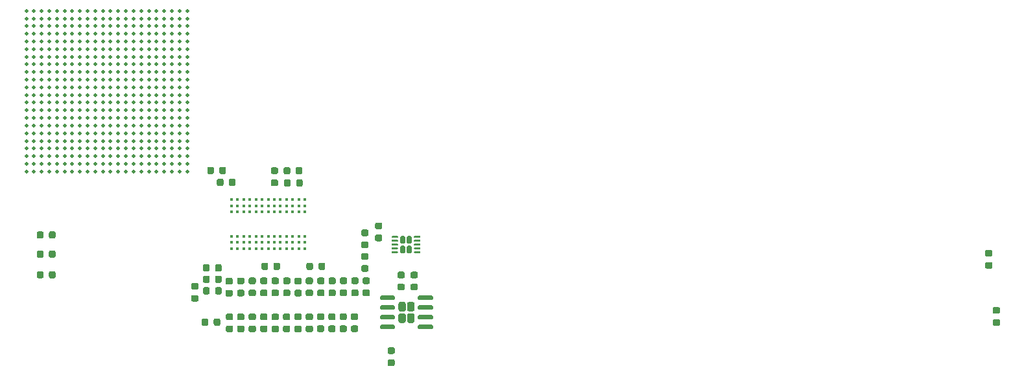
<source format=gbr>
%TF.GenerationSoftware,KiCad,Pcbnew,(5.99.0-3097-g8601b1e63)*%
%TF.CreationDate,2020-09-03T20:39:06+02:00*%
%TF.ProjectId,FD3,4644332e-6b69-4636-9164-5f7063625858,rev?*%
%TF.SameCoordinates,Original*%
%TF.FileFunction,Paste,Top*%
%TF.FilePolarity,Positive*%
%FSLAX46Y46*%
G04 Gerber Fmt 4.6, Leading zero omitted, Abs format (unit mm)*
G04 Created by KiCad (PCBNEW (5.99.0-3097-g8601b1e63)) date 2020-09-03 20:39:06*
%MOMM*%
%LPD*%
G01*
G04 APERTURE LIST*
%ADD10C,0.399500*%
%ADD11C,0.500000*%
G04 APERTURE END LIST*
%TO.C,C48*%
G36*
G01*
X191937500Y-85243750D02*
X191937500Y-85756250D01*
G75*
G02*
X191718750Y-85975000I-218750J0D01*
G01*
X191281250Y-85975000D01*
G75*
G02*
X191062500Y-85756250I0J218750D01*
G01*
X191062500Y-85243750D01*
G75*
G02*
X191281250Y-85025000I218750J0D01*
G01*
X191718750Y-85025000D01*
G75*
G02*
X191937500Y-85243750I0J-218750D01*
G01*
G37*
G36*
G01*
X190362500Y-85243750D02*
X190362500Y-85756250D01*
G75*
G02*
X190143750Y-85975000I-218750J0D01*
G01*
X189706250Y-85975000D01*
G75*
G02*
X189487500Y-85756250I0J218750D01*
G01*
X189487500Y-85243750D01*
G75*
G02*
X189706250Y-85025000I218750J0D01*
G01*
X190143750Y-85025000D01*
G75*
G02*
X190362500Y-85243750I0J-218750D01*
G01*
G37*
%TD*%
%TO.C,C49*%
G36*
G01*
X213973852Y-88787500D02*
X214486352Y-88787500D01*
G75*
G02*
X214705102Y-89006250I0J-218750D01*
G01*
X214705102Y-89443750D01*
G75*
G02*
X214486352Y-89662500I-218750J0D01*
G01*
X213973852Y-89662500D01*
G75*
G02*
X213755102Y-89443750I0J218750D01*
G01*
X213755102Y-89006250D01*
G75*
G02*
X213973852Y-88787500I218750J0D01*
G01*
G37*
G36*
G01*
X213973852Y-90362500D02*
X214486352Y-90362500D01*
G75*
G02*
X214705102Y-90581250I0J-218750D01*
G01*
X214705102Y-91018750D01*
G75*
G02*
X214486352Y-91237500I-218750J0D01*
G01*
X213973852Y-91237500D01*
G75*
G02*
X213755102Y-91018750I0J218750D01*
G01*
X213755102Y-90581250D01*
G75*
G02*
X213973852Y-90362500I218750J0D01*
G01*
G37*
%TD*%
%TO.C,C51*%
G36*
G01*
X212856250Y-74925000D02*
X212343750Y-74925000D01*
G75*
G02*
X212125000Y-74706250I0J218750D01*
G01*
X212125000Y-74268750D01*
G75*
G02*
X212343750Y-74050000I218750J0D01*
G01*
X212856250Y-74050000D01*
G75*
G02*
X213075000Y-74268750I0J-218750D01*
G01*
X213075000Y-74706250D01*
G75*
G02*
X212856250Y-74925000I-218750J0D01*
G01*
G37*
G36*
G01*
X212856250Y-73350000D02*
X212343750Y-73350000D01*
G75*
G02*
X212125000Y-73131250I0J218750D01*
G01*
X212125000Y-72693750D01*
G75*
G02*
X212343750Y-72475000I218750J0D01*
G01*
X212856250Y-72475000D01*
G75*
G02*
X213075000Y-72693750I0J-218750D01*
G01*
X213075000Y-73131250D01*
G75*
G02*
X212856250Y-73350000I-218750J0D01*
G01*
G37*
%TD*%
%TO.C,C69*%
G36*
G01*
X190217500Y-65936250D02*
X190217500Y-65423750D01*
G75*
G02*
X190436250Y-65205000I218750J0D01*
G01*
X190873750Y-65205000D01*
G75*
G02*
X191092500Y-65423750I0J-218750D01*
G01*
X191092500Y-65936250D01*
G75*
G02*
X190873750Y-66155000I-218750J0D01*
G01*
X190436250Y-66155000D01*
G75*
G02*
X190217500Y-65936250I0J218750D01*
G01*
G37*
G36*
G01*
X191792500Y-65936250D02*
X191792500Y-65423750D01*
G75*
G02*
X192011250Y-65205000I218750J0D01*
G01*
X192448750Y-65205000D01*
G75*
G02*
X192667500Y-65423750I0J-218750D01*
G01*
X192667500Y-65936250D01*
G75*
G02*
X192448750Y-66155000I-218750J0D01*
G01*
X192011250Y-66155000D01*
G75*
G02*
X191792500Y-65936250I0J218750D01*
G01*
G37*
%TD*%
%TO.C,C70*%
G36*
G01*
X202692500Y-67043750D02*
X202692500Y-67556250D01*
G75*
G02*
X202473750Y-67775000I-218750J0D01*
G01*
X202036250Y-67775000D01*
G75*
G02*
X201817500Y-67556250I0J218750D01*
G01*
X201817500Y-67043750D01*
G75*
G02*
X202036250Y-66825000I218750J0D01*
G01*
X202473750Y-66825000D01*
G75*
G02*
X202692500Y-67043750I0J-218750D01*
G01*
G37*
G36*
G01*
X201117500Y-67043750D02*
X201117500Y-67556250D01*
G75*
G02*
X200898750Y-67775000I-218750J0D01*
G01*
X200461250Y-67775000D01*
G75*
G02*
X200242500Y-67556250I0J218750D01*
G01*
X200242500Y-67043750D01*
G75*
G02*
X200461250Y-66825000I218750J0D01*
G01*
X200898750Y-66825000D01*
G75*
G02*
X201117500Y-67043750I0J-218750D01*
G01*
G37*
%TD*%
%TO.C,C71*%
G36*
G01*
X191482500Y-67476250D02*
X191482500Y-66963750D01*
G75*
G02*
X191701250Y-66745000I218750J0D01*
G01*
X192138750Y-66745000D01*
G75*
G02*
X192357500Y-66963750I0J-218750D01*
G01*
X192357500Y-67476250D01*
G75*
G02*
X192138750Y-67695000I-218750J0D01*
G01*
X191701250Y-67695000D01*
G75*
G02*
X191482500Y-67476250I0J218750D01*
G01*
G37*
G36*
G01*
X193057500Y-67476250D02*
X193057500Y-66963750D01*
G75*
G02*
X193276250Y-66745000I218750J0D01*
G01*
X193713750Y-66745000D01*
G75*
G02*
X193932500Y-66963750I0J-218750D01*
G01*
X193932500Y-67476250D01*
G75*
G02*
X193713750Y-67695000I-218750J0D01*
G01*
X193276250Y-67695000D01*
G75*
G02*
X193057500Y-67476250I0J218750D01*
G01*
G37*
%TD*%
%TO.C,C72*%
G36*
G01*
X203162500Y-78456250D02*
X203162500Y-77943750D01*
G75*
G02*
X203381250Y-77725000I218750J0D01*
G01*
X203818750Y-77725000D01*
G75*
G02*
X204037500Y-77943750I0J-218750D01*
G01*
X204037500Y-78456250D01*
G75*
G02*
X203818750Y-78675000I-218750J0D01*
G01*
X203381250Y-78675000D01*
G75*
G02*
X203162500Y-78456250I0J218750D01*
G01*
G37*
G36*
G01*
X204737500Y-78456250D02*
X204737500Y-77943750D01*
G75*
G02*
X204956250Y-77725000I218750J0D01*
G01*
X205393750Y-77725000D01*
G75*
G02*
X205612500Y-77943750I0J-218750D01*
G01*
X205612500Y-78456250D01*
G75*
G02*
X205393750Y-78675000I-218750J0D01*
G01*
X204956250Y-78675000D01*
G75*
G02*
X204737500Y-78456250I0J218750D01*
G01*
G37*
%TD*%
%TO.C,C75*%
G36*
G01*
X200187500Y-65956250D02*
X200187500Y-65443750D01*
G75*
G02*
X200406250Y-65225000I218750J0D01*
G01*
X200843750Y-65225000D01*
G75*
G02*
X201062500Y-65443750I0J-218750D01*
G01*
X201062500Y-65956250D01*
G75*
G02*
X200843750Y-66175000I-218750J0D01*
G01*
X200406250Y-66175000D01*
G75*
G02*
X200187500Y-65956250I0J218750D01*
G01*
G37*
G36*
G01*
X201762500Y-65956250D02*
X201762500Y-65443750D01*
G75*
G02*
X201981250Y-65225000I218750J0D01*
G01*
X202418750Y-65225000D01*
G75*
G02*
X202637500Y-65443750I0J-218750D01*
G01*
X202637500Y-65956250D01*
G75*
G02*
X202418750Y-66175000I-218750J0D01*
G01*
X201981250Y-66175000D01*
G75*
G02*
X201762500Y-65956250I0J218750D01*
G01*
G37*
%TD*%
%TO.C,C76*%
G36*
G01*
X192112500Y-79643750D02*
X192112500Y-80156250D01*
G75*
G02*
X191893750Y-80375000I-218750J0D01*
G01*
X191456250Y-80375000D01*
G75*
G02*
X191237500Y-80156250I0J218750D01*
G01*
X191237500Y-79643750D01*
G75*
G02*
X191456250Y-79425000I218750J0D01*
G01*
X191893750Y-79425000D01*
G75*
G02*
X192112500Y-79643750I0J-218750D01*
G01*
G37*
G36*
G01*
X190537500Y-79643750D02*
X190537500Y-80156250D01*
G75*
G02*
X190318750Y-80375000I-218750J0D01*
G01*
X189881250Y-80375000D01*
G75*
G02*
X189662500Y-80156250I0J218750D01*
G01*
X189662500Y-79643750D01*
G75*
G02*
X189881250Y-79425000I218750J0D01*
G01*
X190318750Y-79425000D01*
G75*
G02*
X190537500Y-79643750I0J-218750D01*
G01*
G37*
%TD*%
%TO.C,C77*%
G36*
G01*
X199737500Y-77943750D02*
X199737500Y-78456250D01*
G75*
G02*
X199518750Y-78675000I-218750J0D01*
G01*
X199081250Y-78675000D01*
G75*
G02*
X198862500Y-78456250I0J218750D01*
G01*
X198862500Y-77943750D01*
G75*
G02*
X199081250Y-77725000I218750J0D01*
G01*
X199518750Y-77725000D01*
G75*
G02*
X199737500Y-77943750I0J-218750D01*
G01*
G37*
G36*
G01*
X198162500Y-77943750D02*
X198162500Y-78456250D01*
G75*
G02*
X197943750Y-78675000I-218750J0D01*
G01*
X197506250Y-78675000D01*
G75*
G02*
X197287500Y-78456250I0J218750D01*
G01*
X197287500Y-77943750D01*
G75*
G02*
X197506250Y-77725000I218750J0D01*
G01*
X197943750Y-77725000D01*
G75*
G02*
X198162500Y-77943750I0J-218750D01*
G01*
G37*
%TD*%
%TO.C,C78*%
G36*
G01*
X292993750Y-83525000D02*
X293506250Y-83525000D01*
G75*
G02*
X293725000Y-83743750I0J-218750D01*
G01*
X293725000Y-84181250D01*
G75*
G02*
X293506250Y-84400000I-218750J0D01*
G01*
X292993750Y-84400000D01*
G75*
G02*
X292775000Y-84181250I0J218750D01*
G01*
X292775000Y-83743750D01*
G75*
G02*
X292993750Y-83525000I218750J0D01*
G01*
G37*
G36*
G01*
X292993750Y-85100000D02*
X293506250Y-85100000D01*
G75*
G02*
X293725000Y-85318750I0J-218750D01*
G01*
X293725000Y-85756250D01*
G75*
G02*
X293506250Y-85975000I-218750J0D01*
G01*
X292993750Y-85975000D01*
G75*
G02*
X292775000Y-85756250I0J218750D01*
G01*
X292775000Y-85318750D01*
G75*
G02*
X292993750Y-85100000I218750J0D01*
G01*
G37*
%TD*%
%TO.C,C79*%
G36*
G01*
X189662500Y-78656250D02*
X189662500Y-78143750D01*
G75*
G02*
X189881250Y-77925000I218750J0D01*
G01*
X190318750Y-77925000D01*
G75*
G02*
X190537500Y-78143750I0J-218750D01*
G01*
X190537500Y-78656250D01*
G75*
G02*
X190318750Y-78875000I-218750J0D01*
G01*
X189881250Y-78875000D01*
G75*
G02*
X189662500Y-78656250I0J218750D01*
G01*
G37*
G36*
G01*
X191237500Y-78656250D02*
X191237500Y-78143750D01*
G75*
G02*
X191456250Y-77925000I218750J0D01*
G01*
X191893750Y-77925000D01*
G75*
G02*
X192112500Y-78143750I0J-218750D01*
G01*
X192112500Y-78656250D01*
G75*
G02*
X191893750Y-78875000I-218750J0D01*
G01*
X191456250Y-78875000D01*
G75*
G02*
X191237500Y-78656250I0J218750D01*
G01*
G37*
%TD*%
%TO.C,C80*%
G36*
G01*
X291993750Y-76062500D02*
X292506250Y-76062500D01*
G75*
G02*
X292725000Y-76281250I0J-218750D01*
G01*
X292725000Y-76718750D01*
G75*
G02*
X292506250Y-76937500I-218750J0D01*
G01*
X291993750Y-76937500D01*
G75*
G02*
X291775000Y-76718750I0J218750D01*
G01*
X291775000Y-76281250D01*
G75*
G02*
X291993750Y-76062500I218750J0D01*
G01*
G37*
G36*
G01*
X291993750Y-77637500D02*
X292506250Y-77637500D01*
G75*
G02*
X292725000Y-77856250I0J-218750D01*
G01*
X292725000Y-78293750D01*
G75*
G02*
X292506250Y-78512500I-218750J0D01*
G01*
X291993750Y-78512500D01*
G75*
G02*
X291775000Y-78293750I0J218750D01*
G01*
X291775000Y-77856250D01*
G75*
G02*
X291993750Y-77637500I218750J0D01*
G01*
G37*
%TD*%
%TO.C,C82*%
G36*
G01*
X192112500Y-81143750D02*
X192112500Y-81656250D01*
G75*
G02*
X191893750Y-81875000I-218750J0D01*
G01*
X191456250Y-81875000D01*
G75*
G02*
X191237500Y-81656250I0J218750D01*
G01*
X191237500Y-81143750D01*
G75*
G02*
X191456250Y-80925000I218750J0D01*
G01*
X191893750Y-80925000D01*
G75*
G02*
X192112500Y-81143750I0J-218750D01*
G01*
G37*
G36*
G01*
X190537500Y-81143750D02*
X190537500Y-81656250D01*
G75*
G02*
X190318750Y-81875000I-218750J0D01*
G01*
X189881250Y-81875000D01*
G75*
G02*
X189662500Y-81656250I0J218750D01*
G01*
X189662500Y-81143750D01*
G75*
G02*
X189881250Y-80925000I218750J0D01*
G01*
X190318750Y-80925000D01*
G75*
G02*
X190537500Y-81143750I0J-218750D01*
G01*
G37*
%TD*%
%TO.C,R42*%
G36*
G01*
X215273852Y-78900000D02*
X215786352Y-78900000D01*
G75*
G02*
X216005102Y-79118750I0J-218750D01*
G01*
X216005102Y-79556250D01*
G75*
G02*
X215786352Y-79775000I-218750J0D01*
G01*
X215273852Y-79775000D01*
G75*
G02*
X215055102Y-79556250I0J218750D01*
G01*
X215055102Y-79118750D01*
G75*
G02*
X215273852Y-78900000I218750J0D01*
G01*
G37*
G36*
G01*
X215273852Y-80475000D02*
X215786352Y-80475000D01*
G75*
G02*
X216005102Y-80693750I0J-218750D01*
G01*
X216005102Y-81131250D01*
G75*
G02*
X215786352Y-81350000I-218750J0D01*
G01*
X215273852Y-81350000D01*
G75*
G02*
X215055102Y-81131250I0J218750D01*
G01*
X215055102Y-80693750D01*
G75*
G02*
X215273852Y-80475000I218750J0D01*
G01*
G37*
%TD*%
%TO.C,R43*%
G36*
G01*
X217486352Y-81350000D02*
X216973852Y-81350000D01*
G75*
G02*
X216755102Y-81131250I0J218750D01*
G01*
X216755102Y-80693750D01*
G75*
G02*
X216973852Y-80475000I218750J0D01*
G01*
X217486352Y-80475000D01*
G75*
G02*
X217705102Y-80693750I0J-218750D01*
G01*
X217705102Y-81131250D01*
G75*
G02*
X217486352Y-81350000I-218750J0D01*
G01*
G37*
G36*
G01*
X217486352Y-79775000D02*
X216973852Y-79775000D01*
G75*
G02*
X216755102Y-79556250I0J218750D01*
G01*
X216755102Y-79118750D01*
G75*
G02*
X216973852Y-78900000I218750J0D01*
G01*
X217486352Y-78900000D01*
G75*
G02*
X217705102Y-79118750I0J-218750D01*
G01*
X217705102Y-79556250D01*
G75*
G02*
X217486352Y-79775000I-218750J0D01*
G01*
G37*
%TD*%
%TO.C,R44*%
G36*
G01*
X210543750Y-73375000D02*
X211056250Y-73375000D01*
G75*
G02*
X211275000Y-73593750I0J-218750D01*
G01*
X211275000Y-74031250D01*
G75*
G02*
X211056250Y-74250000I-218750J0D01*
G01*
X210543750Y-74250000D01*
G75*
G02*
X210325000Y-74031250I0J218750D01*
G01*
X210325000Y-73593750D01*
G75*
G02*
X210543750Y-73375000I218750J0D01*
G01*
G37*
G36*
G01*
X210543750Y-74950000D02*
X211056250Y-74950000D01*
G75*
G02*
X211275000Y-75168750I0J-218750D01*
G01*
X211275000Y-75606250D01*
G75*
G02*
X211056250Y-75825000I-218750J0D01*
G01*
X210543750Y-75825000D01*
G75*
G02*
X210325000Y-75606250I0J218750D01*
G01*
X210325000Y-75168750D01*
G75*
G02*
X210543750Y-74950000I218750J0D01*
G01*
G37*
%TD*%
%TO.C,R45*%
G36*
G01*
X210543750Y-76475000D02*
X211056250Y-76475000D01*
G75*
G02*
X211275000Y-76693750I0J-218750D01*
G01*
X211275000Y-77131250D01*
G75*
G02*
X211056250Y-77350000I-218750J0D01*
G01*
X210543750Y-77350000D01*
G75*
G02*
X210325000Y-77131250I0J218750D01*
G01*
X210325000Y-76693750D01*
G75*
G02*
X210543750Y-76475000I218750J0D01*
G01*
G37*
G36*
G01*
X210543750Y-78050000D02*
X211056250Y-78050000D01*
G75*
G02*
X211275000Y-78268750I0J-218750D01*
G01*
X211275000Y-78706250D01*
G75*
G02*
X211056250Y-78925000I-218750J0D01*
G01*
X210543750Y-78925000D01*
G75*
G02*
X210325000Y-78706250I0J218750D01*
G01*
X210325000Y-78268750D01*
G75*
G02*
X210543750Y-78050000I218750J0D01*
G01*
G37*
%TD*%
%TO.C,R57*%
G36*
G01*
X170425000Y-73843750D02*
X170425000Y-74356250D01*
G75*
G02*
X170206250Y-74575000I-218750J0D01*
G01*
X169768750Y-74575000D01*
G75*
G02*
X169550000Y-74356250I0J218750D01*
G01*
X169550000Y-73843750D01*
G75*
G02*
X169768750Y-73625000I218750J0D01*
G01*
X170206250Y-73625000D01*
G75*
G02*
X170425000Y-73843750I0J-218750D01*
G01*
G37*
G36*
G01*
X168850000Y-73843750D02*
X168850000Y-74356250D01*
G75*
G02*
X168631250Y-74575000I-218750J0D01*
G01*
X168193750Y-74575000D01*
G75*
G02*
X167975000Y-74356250I0J218750D01*
G01*
X167975000Y-73843750D01*
G75*
G02*
X168193750Y-73625000I218750J0D01*
G01*
X168631250Y-73625000D01*
G75*
G02*
X168850000Y-73843750I0J-218750D01*
G01*
G37*
%TD*%
%TO.C,R58*%
G36*
G01*
X170425000Y-76343750D02*
X170425000Y-76856250D01*
G75*
G02*
X170206250Y-77075000I-218750J0D01*
G01*
X169768750Y-77075000D01*
G75*
G02*
X169550000Y-76856250I0J218750D01*
G01*
X169550000Y-76343750D01*
G75*
G02*
X169768750Y-76125000I218750J0D01*
G01*
X170206250Y-76125000D01*
G75*
G02*
X170425000Y-76343750I0J-218750D01*
G01*
G37*
G36*
G01*
X168850000Y-76343750D02*
X168850000Y-76856250D01*
G75*
G02*
X168631250Y-77075000I-218750J0D01*
G01*
X168193750Y-77075000D01*
G75*
G02*
X167975000Y-76856250I0J218750D01*
G01*
X167975000Y-76343750D01*
G75*
G02*
X168193750Y-76125000I218750J0D01*
G01*
X168631250Y-76125000D01*
G75*
G02*
X168850000Y-76343750I0J-218750D01*
G01*
G37*
%TD*%
%TO.C,R59*%
G36*
G01*
X170425000Y-79043750D02*
X170425000Y-79556250D01*
G75*
G02*
X170206250Y-79775000I-218750J0D01*
G01*
X169768750Y-79775000D01*
G75*
G02*
X169550000Y-79556250I0J218750D01*
G01*
X169550000Y-79043750D01*
G75*
G02*
X169768750Y-78825000I218750J0D01*
G01*
X170206250Y-78825000D01*
G75*
G02*
X170425000Y-79043750I0J-218750D01*
G01*
G37*
G36*
G01*
X168850000Y-79043750D02*
X168850000Y-79556250D01*
G75*
G02*
X168631250Y-79775000I-218750J0D01*
G01*
X168193750Y-79775000D01*
G75*
G02*
X167975000Y-79556250I0J218750D01*
G01*
X167975000Y-79043750D01*
G75*
G02*
X168193750Y-78825000I218750J0D01*
G01*
X168631250Y-78825000D01*
G75*
G02*
X168850000Y-79043750I0J-218750D01*
G01*
G37*
%TD*%
%TO.C,R69*%
G36*
G01*
X199256250Y-67712500D02*
X198743750Y-67712500D01*
G75*
G02*
X198525000Y-67493750I0J218750D01*
G01*
X198525000Y-67056250D01*
G75*
G02*
X198743750Y-66837500I218750J0D01*
G01*
X199256250Y-66837500D01*
G75*
G02*
X199475000Y-67056250I0J-218750D01*
G01*
X199475000Y-67493750D01*
G75*
G02*
X199256250Y-67712500I-218750J0D01*
G01*
G37*
G36*
G01*
X199256250Y-66137500D02*
X198743750Y-66137500D01*
G75*
G02*
X198525000Y-65918750I0J218750D01*
G01*
X198525000Y-65481250D01*
G75*
G02*
X198743750Y-65262500I218750J0D01*
G01*
X199256250Y-65262500D01*
G75*
G02*
X199475000Y-65481250I0J-218750D01*
G01*
X199475000Y-65918750D01*
G75*
G02*
X199256250Y-66137500I-218750J0D01*
G01*
G37*
%TD*%
%TO.C,R70*%
G36*
G01*
X210718750Y-79650000D02*
X211231250Y-79650000D01*
G75*
G02*
X211450000Y-79868750I0J-218750D01*
G01*
X211450000Y-80306250D01*
G75*
G02*
X211231250Y-80525000I-218750J0D01*
G01*
X210718750Y-80525000D01*
G75*
G02*
X210500000Y-80306250I0J218750D01*
G01*
X210500000Y-79868750D01*
G75*
G02*
X210718750Y-79650000I218750J0D01*
G01*
G37*
G36*
G01*
X210718750Y-81225000D02*
X211231250Y-81225000D01*
G75*
G02*
X211450000Y-81443750I0J-218750D01*
G01*
X211450000Y-81881250D01*
G75*
G02*
X211231250Y-82100000I-218750J0D01*
G01*
X210718750Y-82100000D01*
G75*
G02*
X210500000Y-81881250I0J218750D01*
G01*
X210500000Y-81443750D01*
G75*
G02*
X210718750Y-81225000I218750J0D01*
G01*
G37*
%TD*%
%TO.C,R71*%
G36*
G01*
X194856250Y-82125000D02*
X194343750Y-82125000D01*
G75*
G02*
X194125000Y-81906250I0J218750D01*
G01*
X194125000Y-81468750D01*
G75*
G02*
X194343750Y-81250000I218750J0D01*
G01*
X194856250Y-81250000D01*
G75*
G02*
X195075000Y-81468750I0J-218750D01*
G01*
X195075000Y-81906250D01*
G75*
G02*
X194856250Y-82125000I-218750J0D01*
G01*
G37*
G36*
G01*
X194856250Y-80550000D02*
X194343750Y-80550000D01*
G75*
G02*
X194125000Y-80331250I0J218750D01*
G01*
X194125000Y-79893750D01*
G75*
G02*
X194343750Y-79675000I218750J0D01*
G01*
X194856250Y-79675000D01*
G75*
G02*
X195075000Y-79893750I0J-218750D01*
G01*
X195075000Y-80331250D01*
G75*
G02*
X194856250Y-80550000I-218750J0D01*
G01*
G37*
%TD*%
%TO.C,R72*%
G36*
G01*
X199356250Y-86825000D02*
X198843750Y-86825000D01*
G75*
G02*
X198625000Y-86606250I0J218750D01*
G01*
X198625000Y-86168750D01*
G75*
G02*
X198843750Y-85950000I218750J0D01*
G01*
X199356250Y-85950000D01*
G75*
G02*
X199575000Y-86168750I0J-218750D01*
G01*
X199575000Y-86606250D01*
G75*
G02*
X199356250Y-86825000I-218750J0D01*
G01*
G37*
G36*
G01*
X199356250Y-85250000D02*
X198843750Y-85250000D01*
G75*
G02*
X198625000Y-85031250I0J218750D01*
G01*
X198625000Y-84593750D01*
G75*
G02*
X198843750Y-84375000I218750J0D01*
G01*
X199356250Y-84375000D01*
G75*
G02*
X199575000Y-84593750I0J-218750D01*
G01*
X199575000Y-85031250D01*
G75*
G02*
X199356250Y-85250000I-218750J0D01*
G01*
G37*
%TD*%
%TO.C,R73*%
G36*
G01*
X206781250Y-82112500D02*
X206268750Y-82112500D01*
G75*
G02*
X206050000Y-81893750I0J218750D01*
G01*
X206050000Y-81456250D01*
G75*
G02*
X206268750Y-81237500I218750J0D01*
G01*
X206781250Y-81237500D01*
G75*
G02*
X207000000Y-81456250I0J-218750D01*
G01*
X207000000Y-81893750D01*
G75*
G02*
X206781250Y-82112500I-218750J0D01*
G01*
G37*
G36*
G01*
X206781250Y-80537500D02*
X206268750Y-80537500D01*
G75*
G02*
X206050000Y-80318750I0J218750D01*
G01*
X206050000Y-79881250D01*
G75*
G02*
X206268750Y-79662500I218750J0D01*
G01*
X206781250Y-79662500D01*
G75*
G02*
X207000000Y-79881250I0J-218750D01*
G01*
X207000000Y-80318750D01*
G75*
G02*
X206781250Y-80537500I-218750J0D01*
G01*
G37*
%TD*%
%TO.C,R74*%
G36*
G01*
X203806250Y-82112500D02*
X203293750Y-82112500D01*
G75*
G02*
X203075000Y-81893750I0J218750D01*
G01*
X203075000Y-81456250D01*
G75*
G02*
X203293750Y-81237500I218750J0D01*
G01*
X203806250Y-81237500D01*
G75*
G02*
X204025000Y-81456250I0J-218750D01*
G01*
X204025000Y-81893750D01*
G75*
G02*
X203806250Y-82112500I-218750J0D01*
G01*
G37*
G36*
G01*
X203806250Y-80537500D02*
X203293750Y-80537500D01*
G75*
G02*
X203075000Y-80318750I0J218750D01*
G01*
X203075000Y-79881250D01*
G75*
G02*
X203293750Y-79662500I218750J0D01*
G01*
X203806250Y-79662500D01*
G75*
G02*
X204025000Y-79881250I0J-218750D01*
G01*
X204025000Y-80318750D01*
G75*
G02*
X203806250Y-80537500I-218750J0D01*
G01*
G37*
%TD*%
%TO.C,R75*%
G36*
G01*
X202331250Y-82125000D02*
X201818750Y-82125000D01*
G75*
G02*
X201600000Y-81906250I0J218750D01*
G01*
X201600000Y-81468750D01*
G75*
G02*
X201818750Y-81250000I218750J0D01*
G01*
X202331250Y-81250000D01*
G75*
G02*
X202550000Y-81468750I0J-218750D01*
G01*
X202550000Y-81906250D01*
G75*
G02*
X202331250Y-82125000I-218750J0D01*
G01*
G37*
G36*
G01*
X202331250Y-80550000D02*
X201818750Y-80550000D01*
G75*
G02*
X201600000Y-80331250I0J218750D01*
G01*
X201600000Y-79893750D01*
G75*
G02*
X201818750Y-79675000I218750J0D01*
G01*
X202331250Y-79675000D01*
G75*
G02*
X202550000Y-79893750I0J-218750D01*
G01*
X202550000Y-80331250D01*
G75*
G02*
X202331250Y-80550000I-218750J0D01*
G01*
G37*
%TD*%
%TO.C,R76*%
G36*
G01*
X206756250Y-86800000D02*
X206243750Y-86800000D01*
G75*
G02*
X206025000Y-86581250I0J218750D01*
G01*
X206025000Y-86143750D01*
G75*
G02*
X206243750Y-85925000I218750J0D01*
G01*
X206756250Y-85925000D01*
G75*
G02*
X206975000Y-86143750I0J-218750D01*
G01*
X206975000Y-86581250D01*
G75*
G02*
X206756250Y-86800000I-218750J0D01*
G01*
G37*
G36*
G01*
X206756250Y-85225000D02*
X206243750Y-85225000D01*
G75*
G02*
X206025000Y-85006250I0J218750D01*
G01*
X206025000Y-84568750D01*
G75*
G02*
X206243750Y-84350000I218750J0D01*
G01*
X206756250Y-84350000D01*
G75*
G02*
X206975000Y-84568750I0J-218750D01*
G01*
X206975000Y-85006250D01*
G75*
G02*
X206756250Y-85225000I-218750J0D01*
G01*
G37*
%TD*%
%TO.C,R77*%
G36*
G01*
X202331250Y-86812500D02*
X201818750Y-86812500D01*
G75*
G02*
X201600000Y-86593750I0J218750D01*
G01*
X201600000Y-86156250D01*
G75*
G02*
X201818750Y-85937500I218750J0D01*
G01*
X202331250Y-85937500D01*
G75*
G02*
X202550000Y-86156250I0J-218750D01*
G01*
X202550000Y-86593750D01*
G75*
G02*
X202331250Y-86812500I-218750J0D01*
G01*
G37*
G36*
G01*
X202331250Y-85237500D02*
X201818750Y-85237500D01*
G75*
G02*
X201600000Y-85018750I0J218750D01*
G01*
X201600000Y-84581250D01*
G75*
G02*
X201818750Y-84362500I218750J0D01*
G01*
X202331250Y-84362500D01*
G75*
G02*
X202550000Y-84581250I0J-218750D01*
G01*
X202550000Y-85018750D01*
G75*
G02*
X202331250Y-85237500I-218750J0D01*
G01*
G37*
%TD*%
%TO.C,R78*%
G36*
G01*
X208256250Y-82100000D02*
X207743750Y-82100000D01*
G75*
G02*
X207525000Y-81881250I0J218750D01*
G01*
X207525000Y-81443750D01*
G75*
G02*
X207743750Y-81225000I218750J0D01*
G01*
X208256250Y-81225000D01*
G75*
G02*
X208475000Y-81443750I0J-218750D01*
G01*
X208475000Y-81881250D01*
G75*
G02*
X208256250Y-82100000I-218750J0D01*
G01*
G37*
G36*
G01*
X208256250Y-80525000D02*
X207743750Y-80525000D01*
G75*
G02*
X207525000Y-80306250I0J218750D01*
G01*
X207525000Y-79868750D01*
G75*
G02*
X207743750Y-79650000I218750J0D01*
G01*
X208256250Y-79650000D01*
G75*
G02*
X208475000Y-79868750I0J-218750D01*
G01*
X208475000Y-80306250D01*
G75*
G02*
X208256250Y-80525000I-218750J0D01*
G01*
G37*
%TD*%
%TO.C,R79*%
G36*
G01*
X203806250Y-86812500D02*
X203293750Y-86812500D01*
G75*
G02*
X203075000Y-86593750I0J218750D01*
G01*
X203075000Y-86156250D01*
G75*
G02*
X203293750Y-85937500I218750J0D01*
G01*
X203806250Y-85937500D01*
G75*
G02*
X204025000Y-86156250I0J-218750D01*
G01*
X204025000Y-86593750D01*
G75*
G02*
X203806250Y-86812500I-218750J0D01*
G01*
G37*
G36*
G01*
X203806250Y-85237500D02*
X203293750Y-85237500D01*
G75*
G02*
X203075000Y-85018750I0J218750D01*
G01*
X203075000Y-84581250D01*
G75*
G02*
X203293750Y-84362500I218750J0D01*
G01*
X203806250Y-84362500D01*
G75*
G02*
X204025000Y-84581250I0J-218750D01*
G01*
X204025000Y-85018750D01*
G75*
G02*
X203806250Y-85237500I-218750J0D01*
G01*
G37*
%TD*%
%TO.C,R80*%
G36*
G01*
X209706250Y-86800000D02*
X209193750Y-86800000D01*
G75*
G02*
X208975000Y-86581250I0J218750D01*
G01*
X208975000Y-86143750D01*
G75*
G02*
X209193750Y-85925000I218750J0D01*
G01*
X209706250Y-85925000D01*
G75*
G02*
X209925000Y-86143750I0J-218750D01*
G01*
X209925000Y-86581250D01*
G75*
G02*
X209706250Y-86800000I-218750J0D01*
G01*
G37*
G36*
G01*
X209706250Y-85225000D02*
X209193750Y-85225000D01*
G75*
G02*
X208975000Y-85006250I0J218750D01*
G01*
X208975000Y-84568750D01*
G75*
G02*
X209193750Y-84350000I218750J0D01*
G01*
X209706250Y-84350000D01*
G75*
G02*
X209925000Y-84568750I0J-218750D01*
G01*
X209925000Y-85006250D01*
G75*
G02*
X209706250Y-85225000I-218750J0D01*
G01*
G37*
%TD*%
%TO.C,R81*%
G36*
G01*
X205306250Y-82112500D02*
X204793750Y-82112500D01*
G75*
G02*
X204575000Y-81893750I0J218750D01*
G01*
X204575000Y-81456250D01*
G75*
G02*
X204793750Y-81237500I218750J0D01*
G01*
X205306250Y-81237500D01*
G75*
G02*
X205525000Y-81456250I0J-218750D01*
G01*
X205525000Y-81893750D01*
G75*
G02*
X205306250Y-82112500I-218750J0D01*
G01*
G37*
G36*
G01*
X205306250Y-80537500D02*
X204793750Y-80537500D01*
G75*
G02*
X204575000Y-80318750I0J218750D01*
G01*
X204575000Y-79881250D01*
G75*
G02*
X204793750Y-79662500I218750J0D01*
G01*
X205306250Y-79662500D01*
G75*
G02*
X205525000Y-79881250I0J-218750D01*
G01*
X205525000Y-80318750D01*
G75*
G02*
X205306250Y-80537500I-218750J0D01*
G01*
G37*
%TD*%
%TO.C,R82*%
G36*
G01*
X196356250Y-82112500D02*
X195843750Y-82112500D01*
G75*
G02*
X195625000Y-81893750I0J218750D01*
G01*
X195625000Y-81456250D01*
G75*
G02*
X195843750Y-81237500I218750J0D01*
G01*
X196356250Y-81237500D01*
G75*
G02*
X196575000Y-81456250I0J-218750D01*
G01*
X196575000Y-81893750D01*
G75*
G02*
X196356250Y-82112500I-218750J0D01*
G01*
G37*
G36*
G01*
X196356250Y-80537500D02*
X195843750Y-80537500D01*
G75*
G02*
X195625000Y-80318750I0J218750D01*
G01*
X195625000Y-79881250D01*
G75*
G02*
X195843750Y-79662500I218750J0D01*
G01*
X196356250Y-79662500D01*
G75*
G02*
X196575000Y-79881250I0J-218750D01*
G01*
X196575000Y-80318750D01*
G75*
G02*
X196356250Y-80537500I-218750J0D01*
G01*
G37*
%TD*%
%TO.C,R83*%
G36*
G01*
X208231250Y-86800000D02*
X207718750Y-86800000D01*
G75*
G02*
X207500000Y-86581250I0J218750D01*
G01*
X207500000Y-86143750D01*
G75*
G02*
X207718750Y-85925000I218750J0D01*
G01*
X208231250Y-85925000D01*
G75*
G02*
X208450000Y-86143750I0J-218750D01*
G01*
X208450000Y-86581250D01*
G75*
G02*
X208231250Y-86800000I-218750J0D01*
G01*
G37*
G36*
G01*
X208231250Y-85225000D02*
X207718750Y-85225000D01*
G75*
G02*
X207500000Y-85006250I0J218750D01*
G01*
X207500000Y-84568750D01*
G75*
G02*
X207718750Y-84350000I218750J0D01*
G01*
X208231250Y-84350000D01*
G75*
G02*
X208450000Y-84568750I0J-218750D01*
G01*
X208450000Y-85006250D01*
G75*
G02*
X208231250Y-85225000I-218750J0D01*
G01*
G37*
%TD*%
%TO.C,R84*%
G36*
G01*
X199356250Y-82112500D02*
X198843750Y-82112500D01*
G75*
G02*
X198625000Y-81893750I0J218750D01*
G01*
X198625000Y-81456250D01*
G75*
G02*
X198843750Y-81237500I218750J0D01*
G01*
X199356250Y-81237500D01*
G75*
G02*
X199575000Y-81456250I0J-218750D01*
G01*
X199575000Y-81893750D01*
G75*
G02*
X199356250Y-82112500I-218750J0D01*
G01*
G37*
G36*
G01*
X199356250Y-80537500D02*
X198843750Y-80537500D01*
G75*
G02*
X198625000Y-80318750I0J218750D01*
G01*
X198625000Y-79881250D01*
G75*
G02*
X198843750Y-79662500I218750J0D01*
G01*
X199356250Y-79662500D01*
G75*
G02*
X199575000Y-79881250I0J-218750D01*
G01*
X199575000Y-80318750D01*
G75*
G02*
X199356250Y-80537500I-218750J0D01*
G01*
G37*
%TD*%
%TO.C,R85*%
G36*
G01*
X205281250Y-86800000D02*
X204768750Y-86800000D01*
G75*
G02*
X204550000Y-86581250I0J218750D01*
G01*
X204550000Y-86143750D01*
G75*
G02*
X204768750Y-85925000I218750J0D01*
G01*
X205281250Y-85925000D01*
G75*
G02*
X205500000Y-86143750I0J-218750D01*
G01*
X205500000Y-86581250D01*
G75*
G02*
X205281250Y-86800000I-218750J0D01*
G01*
G37*
G36*
G01*
X205281250Y-85225000D02*
X204768750Y-85225000D01*
G75*
G02*
X204550000Y-85006250I0J218750D01*
G01*
X204550000Y-84568750D01*
G75*
G02*
X204768750Y-84350000I218750J0D01*
G01*
X205281250Y-84350000D01*
G75*
G02*
X205500000Y-84568750I0J-218750D01*
G01*
X205500000Y-85006250D01*
G75*
G02*
X205281250Y-85225000I-218750J0D01*
G01*
G37*
%TD*%
%TO.C,R86*%
G36*
G01*
X209756250Y-82100000D02*
X209243750Y-82100000D01*
G75*
G02*
X209025000Y-81881250I0J218750D01*
G01*
X209025000Y-81443750D01*
G75*
G02*
X209243750Y-81225000I218750J0D01*
G01*
X209756250Y-81225000D01*
G75*
G02*
X209975000Y-81443750I0J-218750D01*
G01*
X209975000Y-81881250D01*
G75*
G02*
X209756250Y-82100000I-218750J0D01*
G01*
G37*
G36*
G01*
X209756250Y-80525000D02*
X209243750Y-80525000D01*
G75*
G02*
X209025000Y-80306250I0J218750D01*
G01*
X209025000Y-79868750D01*
G75*
G02*
X209243750Y-79650000I218750J0D01*
G01*
X209756250Y-79650000D01*
G75*
G02*
X209975000Y-79868750I0J-218750D01*
G01*
X209975000Y-80306250D01*
G75*
G02*
X209756250Y-80525000I-218750J0D01*
G01*
G37*
%TD*%
%TO.C,R87*%
G36*
G01*
X196356250Y-86812500D02*
X195843750Y-86812500D01*
G75*
G02*
X195625000Y-86593750I0J218750D01*
G01*
X195625000Y-86156250D01*
G75*
G02*
X195843750Y-85937500I218750J0D01*
G01*
X196356250Y-85937500D01*
G75*
G02*
X196575000Y-86156250I0J-218750D01*
G01*
X196575000Y-86593750D01*
G75*
G02*
X196356250Y-86812500I-218750J0D01*
G01*
G37*
G36*
G01*
X196356250Y-85237500D02*
X195843750Y-85237500D01*
G75*
G02*
X195625000Y-85018750I0J218750D01*
G01*
X195625000Y-84581250D01*
G75*
G02*
X195843750Y-84362500I218750J0D01*
G01*
X196356250Y-84362500D01*
G75*
G02*
X196575000Y-84581250I0J-218750D01*
G01*
X196575000Y-85018750D01*
G75*
G02*
X196356250Y-85237500I-218750J0D01*
G01*
G37*
%TD*%
%TO.C,R89*%
G36*
G01*
X188856250Y-82825000D02*
X188343750Y-82825000D01*
G75*
G02*
X188125000Y-82606250I0J218750D01*
G01*
X188125000Y-82168750D01*
G75*
G02*
X188343750Y-81950000I218750J0D01*
G01*
X188856250Y-81950000D01*
G75*
G02*
X189075000Y-82168750I0J-218750D01*
G01*
X189075000Y-82606250D01*
G75*
G02*
X188856250Y-82825000I-218750J0D01*
G01*
G37*
G36*
G01*
X188856250Y-81250000D02*
X188343750Y-81250000D01*
G75*
G02*
X188125000Y-81031250I0J218750D01*
G01*
X188125000Y-80593750D01*
G75*
G02*
X188343750Y-80375000I218750J0D01*
G01*
X188856250Y-80375000D01*
G75*
G02*
X189075000Y-80593750I0J-218750D01*
G01*
X189075000Y-81031250D01*
G75*
G02*
X188856250Y-81250000I-218750J0D01*
G01*
G37*
%TD*%
%TO.C,R90*%
G36*
G01*
X193381250Y-86812500D02*
X192868750Y-86812500D01*
G75*
G02*
X192650000Y-86593750I0J218750D01*
G01*
X192650000Y-86156250D01*
G75*
G02*
X192868750Y-85937500I218750J0D01*
G01*
X193381250Y-85937500D01*
G75*
G02*
X193600000Y-86156250I0J-218750D01*
G01*
X193600000Y-86593750D01*
G75*
G02*
X193381250Y-86812500I-218750J0D01*
G01*
G37*
G36*
G01*
X193381250Y-85237500D02*
X192868750Y-85237500D01*
G75*
G02*
X192650000Y-85018750I0J218750D01*
G01*
X192650000Y-84581250D01*
G75*
G02*
X192868750Y-84362500I218750J0D01*
G01*
X193381250Y-84362500D01*
G75*
G02*
X193600000Y-84581250I0J-218750D01*
G01*
X193600000Y-85018750D01*
G75*
G02*
X193381250Y-85237500I-218750J0D01*
G01*
G37*
%TD*%
%TO.C,R92*%
G36*
G01*
X194856250Y-86825000D02*
X194343750Y-86825000D01*
G75*
G02*
X194125000Y-86606250I0J218750D01*
G01*
X194125000Y-86168750D01*
G75*
G02*
X194343750Y-85950000I218750J0D01*
G01*
X194856250Y-85950000D01*
G75*
G02*
X195075000Y-86168750I0J-218750D01*
G01*
X195075000Y-86606250D01*
G75*
G02*
X194856250Y-86825000I-218750J0D01*
G01*
G37*
G36*
G01*
X194856250Y-85250000D02*
X194343750Y-85250000D01*
G75*
G02*
X194125000Y-85031250I0J218750D01*
G01*
X194125000Y-84593750D01*
G75*
G02*
X194343750Y-84375000I218750J0D01*
G01*
X194856250Y-84375000D01*
G75*
G02*
X195075000Y-84593750I0J-218750D01*
G01*
X195075000Y-85031250D01*
G75*
G02*
X194856250Y-85250000I-218750J0D01*
G01*
G37*
%TD*%
%TO.C,U9*%
G36*
G01*
X216088750Y-75655000D02*
X216088750Y-76320000D01*
G75*
G02*
X215916250Y-76492500I-172500J0D01*
G01*
X215571250Y-76492500D01*
G75*
G02*
X215398750Y-76320000I0J172500D01*
G01*
X215398750Y-75655000D01*
G75*
G02*
X215571250Y-75482500I172500J0D01*
G01*
X215916250Y-75482500D01*
G75*
G02*
X216088750Y-75655000I0J-172500D01*
G01*
G37*
G36*
G01*
X216088750Y-74405000D02*
X216088750Y-75070000D01*
G75*
G02*
X215916250Y-75242500I-172500J0D01*
G01*
X215571250Y-75242500D01*
G75*
G02*
X215398750Y-75070000I0J172500D01*
G01*
X215398750Y-74405000D01*
G75*
G02*
X215571250Y-74232500I172500J0D01*
G01*
X215916250Y-74232500D01*
G75*
G02*
X216088750Y-74405000I0J-172500D01*
G01*
G37*
G36*
G01*
X216938750Y-74405000D02*
X216938750Y-75070000D01*
G75*
G02*
X216766250Y-75242500I-172500J0D01*
G01*
X216421250Y-75242500D01*
G75*
G02*
X216248750Y-75070000I0J172500D01*
G01*
X216248750Y-74405000D01*
G75*
G02*
X216421250Y-74232500I172500J0D01*
G01*
X216766250Y-74232500D01*
G75*
G02*
X216938750Y-74405000I0J-172500D01*
G01*
G37*
G36*
G01*
X216938750Y-75655000D02*
X216938750Y-76320000D01*
G75*
G02*
X216766250Y-76492500I-172500J0D01*
G01*
X216421250Y-76492500D01*
G75*
G02*
X216248750Y-76320000I0J172500D01*
G01*
X216248750Y-75655000D01*
G75*
G02*
X216421250Y-75482500I172500J0D01*
G01*
X216766250Y-75482500D01*
G75*
G02*
X216938750Y-75655000I0J-172500D01*
G01*
G37*
G36*
G01*
X218043750Y-76300000D02*
X218043750Y-76425000D01*
G75*
G02*
X217981250Y-76487500I-62500J0D01*
G01*
X217281250Y-76487500D01*
G75*
G02*
X217218750Y-76425000I0J62500D01*
G01*
X217218750Y-76300000D01*
G75*
G02*
X217281250Y-76237500I62500J0D01*
G01*
X217981250Y-76237500D01*
G75*
G02*
X218043750Y-76300000I0J-62500D01*
G01*
G37*
G36*
G01*
X218043750Y-75800000D02*
X218043750Y-75925000D01*
G75*
G02*
X217981250Y-75987500I-62500J0D01*
G01*
X217281250Y-75987500D01*
G75*
G02*
X217218750Y-75925000I0J62500D01*
G01*
X217218750Y-75800000D01*
G75*
G02*
X217281250Y-75737500I62500J0D01*
G01*
X217981250Y-75737500D01*
G75*
G02*
X218043750Y-75800000I0J-62500D01*
G01*
G37*
G36*
G01*
X218043750Y-75300000D02*
X218043750Y-75425000D01*
G75*
G02*
X217981250Y-75487500I-62500J0D01*
G01*
X217281250Y-75487500D01*
G75*
G02*
X217218750Y-75425000I0J62500D01*
G01*
X217218750Y-75300000D01*
G75*
G02*
X217281250Y-75237500I62500J0D01*
G01*
X217981250Y-75237500D01*
G75*
G02*
X218043750Y-75300000I0J-62500D01*
G01*
G37*
G36*
G01*
X218043750Y-74800000D02*
X218043750Y-74925000D01*
G75*
G02*
X217981250Y-74987500I-62500J0D01*
G01*
X217281250Y-74987500D01*
G75*
G02*
X217218750Y-74925000I0J62500D01*
G01*
X217218750Y-74800000D01*
G75*
G02*
X217281250Y-74737500I62500J0D01*
G01*
X217981250Y-74737500D01*
G75*
G02*
X218043750Y-74800000I0J-62500D01*
G01*
G37*
G36*
G01*
X218043750Y-74300000D02*
X218043750Y-74425000D01*
G75*
G02*
X217981250Y-74487500I-62500J0D01*
G01*
X217281250Y-74487500D01*
G75*
G02*
X217218750Y-74425000I0J62500D01*
G01*
X217218750Y-74300000D01*
G75*
G02*
X217281250Y-74237500I62500J0D01*
G01*
X217981250Y-74237500D01*
G75*
G02*
X218043750Y-74300000I0J-62500D01*
G01*
G37*
G36*
G01*
X215118750Y-74300000D02*
X215118750Y-74425000D01*
G75*
G02*
X215056250Y-74487500I-62500J0D01*
G01*
X214356250Y-74487500D01*
G75*
G02*
X214293750Y-74425000I0J62500D01*
G01*
X214293750Y-74300000D01*
G75*
G02*
X214356250Y-74237500I62500J0D01*
G01*
X215056250Y-74237500D01*
G75*
G02*
X215118750Y-74300000I0J-62500D01*
G01*
G37*
G36*
G01*
X215118750Y-74800000D02*
X215118750Y-74925000D01*
G75*
G02*
X215056250Y-74987500I-62500J0D01*
G01*
X214356250Y-74987500D01*
G75*
G02*
X214293750Y-74925000I0J62500D01*
G01*
X214293750Y-74800000D01*
G75*
G02*
X214356250Y-74737500I62500J0D01*
G01*
X215056250Y-74737500D01*
G75*
G02*
X215118750Y-74800000I0J-62500D01*
G01*
G37*
G36*
G01*
X215118750Y-75300000D02*
X215118750Y-75425000D01*
G75*
G02*
X215056250Y-75487500I-62500J0D01*
G01*
X214356250Y-75487500D01*
G75*
G02*
X214293750Y-75425000I0J62500D01*
G01*
X214293750Y-75300000D01*
G75*
G02*
X214356250Y-75237500I62500J0D01*
G01*
X215056250Y-75237500D01*
G75*
G02*
X215118750Y-75300000I0J-62500D01*
G01*
G37*
G36*
G01*
X215118750Y-75800000D02*
X215118750Y-75925000D01*
G75*
G02*
X215056250Y-75987500I-62500J0D01*
G01*
X214356250Y-75987500D01*
G75*
G02*
X214293750Y-75925000I0J62500D01*
G01*
X214293750Y-75800000D01*
G75*
G02*
X214356250Y-75737500I62500J0D01*
G01*
X215056250Y-75737500D01*
G75*
G02*
X215118750Y-75800000I0J-62500D01*
G01*
G37*
G36*
G01*
X215118750Y-76300000D02*
X215118750Y-76425000D01*
G75*
G02*
X215056250Y-76487500I-62500J0D01*
G01*
X214356250Y-76487500D01*
G75*
G02*
X214293750Y-76425000I0J62500D01*
G01*
X214293750Y-76300000D01*
G75*
G02*
X214356250Y-76237500I62500J0D01*
G01*
X215056250Y-76237500D01*
G75*
G02*
X215118750Y-76300000I0J-62500D01*
G01*
G37*
%TD*%
%TO.C,U10*%
G36*
G01*
X215180102Y-85360000D02*
X215180102Y-84590000D01*
G75*
G02*
X215420102Y-84350000I240000J0D01*
G01*
X215900102Y-84350000D01*
G75*
G02*
X216140102Y-84590000I0J-240000D01*
G01*
X216140102Y-85360000D01*
G75*
G02*
X215900102Y-85600000I-240000J0D01*
G01*
X215420102Y-85600000D01*
G75*
G02*
X215180102Y-85360000I0J240000D01*
G01*
G37*
G36*
G01*
X216320102Y-85360000D02*
X216320102Y-84590000D01*
G75*
G02*
X216560102Y-84350000I240000J0D01*
G01*
X217040102Y-84350000D01*
G75*
G02*
X217280102Y-84590000I0J-240000D01*
G01*
X217280102Y-85360000D01*
G75*
G02*
X217040102Y-85600000I-240000J0D01*
G01*
X216560102Y-85600000D01*
G75*
G02*
X216320102Y-85360000I0J240000D01*
G01*
G37*
G36*
G01*
X216320102Y-83860000D02*
X216320102Y-83090000D01*
G75*
G02*
X216560102Y-82850000I240000J0D01*
G01*
X217040102Y-82850000D01*
G75*
G02*
X217280102Y-83090000I0J-240000D01*
G01*
X217280102Y-83860000D01*
G75*
G02*
X217040102Y-84100000I-240000J0D01*
G01*
X216560102Y-84100000D01*
G75*
G02*
X216320102Y-83860000I0J240000D01*
G01*
G37*
G36*
G01*
X215180102Y-83860000D02*
X215180102Y-83090000D01*
G75*
G02*
X215420102Y-82850000I240000J0D01*
G01*
X215900102Y-82850000D01*
G75*
G02*
X216140102Y-83090000I0J-240000D01*
G01*
X216140102Y-83860000D01*
G75*
G02*
X215900102Y-84100000I-240000J0D01*
G01*
X215420102Y-84100000D01*
G75*
G02*
X215180102Y-83860000I0J240000D01*
G01*
G37*
G36*
G01*
X212780102Y-82470000D02*
X212780102Y-82170000D01*
G75*
G02*
X212930102Y-82020000I150000J0D01*
G01*
X214580102Y-82020000D01*
G75*
G02*
X214730102Y-82170000I0J-150000D01*
G01*
X214730102Y-82470000D01*
G75*
G02*
X214580102Y-82620000I-150000J0D01*
G01*
X212930102Y-82620000D01*
G75*
G02*
X212780102Y-82470000I0J150000D01*
G01*
G37*
G36*
G01*
X212780102Y-83740000D02*
X212780102Y-83440000D01*
G75*
G02*
X212930102Y-83290000I150000J0D01*
G01*
X214580102Y-83290000D01*
G75*
G02*
X214730102Y-83440000I0J-150000D01*
G01*
X214730102Y-83740000D01*
G75*
G02*
X214580102Y-83890000I-150000J0D01*
G01*
X212930102Y-83890000D01*
G75*
G02*
X212780102Y-83740000I0J150000D01*
G01*
G37*
G36*
G01*
X212780102Y-85010000D02*
X212780102Y-84710000D01*
G75*
G02*
X212930102Y-84560000I150000J0D01*
G01*
X214580102Y-84560000D01*
G75*
G02*
X214730102Y-84710000I0J-150000D01*
G01*
X214730102Y-85010000D01*
G75*
G02*
X214580102Y-85160000I-150000J0D01*
G01*
X212930102Y-85160000D01*
G75*
G02*
X212780102Y-85010000I0J150000D01*
G01*
G37*
G36*
G01*
X212780102Y-86280000D02*
X212780102Y-85980000D01*
G75*
G02*
X212930102Y-85830000I150000J0D01*
G01*
X214580102Y-85830000D01*
G75*
G02*
X214730102Y-85980000I0J-150000D01*
G01*
X214730102Y-86280000D01*
G75*
G02*
X214580102Y-86430000I-150000J0D01*
G01*
X212930102Y-86430000D01*
G75*
G02*
X212780102Y-86280000I0J150000D01*
G01*
G37*
G36*
G01*
X217730102Y-86280000D02*
X217730102Y-85980000D01*
G75*
G02*
X217880102Y-85830000I150000J0D01*
G01*
X219530102Y-85830000D01*
G75*
G02*
X219680102Y-85980000I0J-150000D01*
G01*
X219680102Y-86280000D01*
G75*
G02*
X219530102Y-86430000I-150000J0D01*
G01*
X217880102Y-86430000D01*
G75*
G02*
X217730102Y-86280000I0J150000D01*
G01*
G37*
G36*
G01*
X217730102Y-85010000D02*
X217730102Y-84710000D01*
G75*
G02*
X217880102Y-84560000I150000J0D01*
G01*
X219530102Y-84560000D01*
G75*
G02*
X219680102Y-84710000I0J-150000D01*
G01*
X219680102Y-85010000D01*
G75*
G02*
X219530102Y-85160000I-150000J0D01*
G01*
X217880102Y-85160000D01*
G75*
G02*
X217730102Y-85010000I0J150000D01*
G01*
G37*
G36*
G01*
X217730102Y-83740000D02*
X217730102Y-83440000D01*
G75*
G02*
X217880102Y-83290000I150000J0D01*
G01*
X219530102Y-83290000D01*
G75*
G02*
X219680102Y-83440000I0J-150000D01*
G01*
X219680102Y-83740000D01*
G75*
G02*
X219530102Y-83890000I-150000J0D01*
G01*
X217880102Y-83890000D01*
G75*
G02*
X217730102Y-83740000I0J150000D01*
G01*
G37*
G36*
G01*
X217730102Y-82470000D02*
X217730102Y-82170000D01*
G75*
G02*
X217880102Y-82020000I150000J0D01*
G01*
X219530102Y-82020000D01*
G75*
G02*
X219680102Y-82170000I0J-150000D01*
G01*
X219680102Y-82470000D01*
G75*
G02*
X219530102Y-82620000I-150000J0D01*
G01*
X217880102Y-82620000D01*
G75*
G02*
X217730102Y-82470000I0J150000D01*
G01*
G37*
%TD*%
D10*
%TO.C,U17*%
X193380000Y-75870000D03*
X193380000Y-75070000D03*
X193380000Y-74270000D03*
X193380000Y-71070000D03*
X193380000Y-70270000D03*
X193380000Y-69470000D03*
X194180000Y-75870000D03*
X194180000Y-75070000D03*
X194180000Y-74270000D03*
X194180000Y-71070000D03*
X194180000Y-70270000D03*
X194180000Y-69470000D03*
X194980000Y-75870000D03*
X194980000Y-75070000D03*
X194980000Y-74270000D03*
X194980000Y-71070000D03*
X194980000Y-70270000D03*
X194980000Y-69470000D03*
X195780000Y-75870000D03*
X195780000Y-75070000D03*
X195780000Y-74270000D03*
X195780000Y-71070000D03*
X195780000Y-70270000D03*
X195780000Y-69470000D03*
X196580000Y-75870000D03*
X196580000Y-75070000D03*
X196580000Y-74270000D03*
X196580000Y-71070000D03*
X196580000Y-70270000D03*
X196580000Y-69470000D03*
X197380000Y-75870000D03*
X197380000Y-75070000D03*
X197380000Y-74270000D03*
X197380000Y-71070000D03*
X197380000Y-70270000D03*
X197380000Y-69470000D03*
X198180000Y-75870000D03*
X198180000Y-75070000D03*
X198180000Y-74270000D03*
X198180000Y-71070000D03*
X198180000Y-70270000D03*
X198180000Y-69470000D03*
X198980000Y-75870000D03*
X198980000Y-75070000D03*
X198980000Y-74270000D03*
X198980000Y-71070000D03*
X198980000Y-70270000D03*
X198980000Y-69470000D03*
X199780000Y-75870000D03*
X199780000Y-75070000D03*
X199780000Y-74270000D03*
X199780000Y-71070000D03*
X199780000Y-70270000D03*
X199780000Y-69470000D03*
X200580000Y-75870000D03*
X200580000Y-75070000D03*
X200580000Y-74270000D03*
X200580000Y-71070000D03*
X200580000Y-70270000D03*
X200580000Y-69470000D03*
X201380000Y-75870000D03*
X201380000Y-75070000D03*
X201380000Y-74270000D03*
X201380000Y-71070000D03*
X201380000Y-70270000D03*
X201380000Y-69470000D03*
X202180000Y-75870000D03*
X202180000Y-75070000D03*
X202180000Y-74270000D03*
X202180000Y-71070000D03*
X202180000Y-70270000D03*
X202180000Y-69470000D03*
X202980000Y-75870000D03*
X202980000Y-75070000D03*
X202980000Y-74270000D03*
X202980000Y-71070000D03*
X202980000Y-70270000D03*
X202980000Y-69470000D03*
%TD*%
%TO.C,R91*%
G36*
G01*
X197856250Y-82112500D02*
X197343750Y-82112500D01*
G75*
G02*
X197125000Y-81893750I0J218750D01*
G01*
X197125000Y-81456250D01*
G75*
G02*
X197343750Y-81237500I218750J0D01*
G01*
X197856250Y-81237500D01*
G75*
G02*
X198075000Y-81456250I0J-218750D01*
G01*
X198075000Y-81893750D01*
G75*
G02*
X197856250Y-82112500I-218750J0D01*
G01*
G37*
G36*
G01*
X197856250Y-80537500D02*
X197343750Y-80537500D01*
G75*
G02*
X197125000Y-80318750I0J218750D01*
G01*
X197125000Y-79881250D01*
G75*
G02*
X197343750Y-79662500I218750J0D01*
G01*
X197856250Y-79662500D01*
G75*
G02*
X198075000Y-79881250I0J-218750D01*
G01*
X198075000Y-80318750D01*
G75*
G02*
X197856250Y-80537500I-218750J0D01*
G01*
G37*
%TD*%
%TO.C,R93*%
G36*
G01*
X193331250Y-82150000D02*
X192818750Y-82150000D01*
G75*
G02*
X192600000Y-81931250I0J218750D01*
G01*
X192600000Y-81493750D01*
G75*
G02*
X192818750Y-81275000I218750J0D01*
G01*
X193331250Y-81275000D01*
G75*
G02*
X193550000Y-81493750I0J-218750D01*
G01*
X193550000Y-81931250D01*
G75*
G02*
X193331250Y-82150000I-218750J0D01*
G01*
G37*
G36*
G01*
X193331250Y-80575000D02*
X192818750Y-80575000D01*
G75*
G02*
X192600000Y-80356250I0J218750D01*
G01*
X192600000Y-79918750D01*
G75*
G02*
X192818750Y-79700000I218750J0D01*
G01*
X193331250Y-79700000D01*
G75*
G02*
X193550000Y-79918750I0J-218750D01*
G01*
X193550000Y-80356250D01*
G75*
G02*
X193331250Y-80575000I-218750J0D01*
G01*
G37*
%TD*%
%TO.C,R94*%
G36*
G01*
X200831250Y-86812500D02*
X200318750Y-86812500D01*
G75*
G02*
X200100000Y-86593750I0J218750D01*
G01*
X200100000Y-86156250D01*
G75*
G02*
X200318750Y-85937500I218750J0D01*
G01*
X200831250Y-85937500D01*
G75*
G02*
X201050000Y-86156250I0J-218750D01*
G01*
X201050000Y-86593750D01*
G75*
G02*
X200831250Y-86812500I-218750J0D01*
G01*
G37*
G36*
G01*
X200831250Y-85237500D02*
X200318750Y-85237500D01*
G75*
G02*
X200100000Y-85018750I0J218750D01*
G01*
X200100000Y-84581250D01*
G75*
G02*
X200318750Y-84362500I218750J0D01*
G01*
X200831250Y-84362500D01*
G75*
G02*
X201050000Y-84581250I0J-218750D01*
G01*
X201050000Y-85018750D01*
G75*
G02*
X200831250Y-85237500I-218750J0D01*
G01*
G37*
%TD*%
%TO.C,R95*%
G36*
G01*
X197856250Y-86812500D02*
X197343750Y-86812500D01*
G75*
G02*
X197125000Y-86593750I0J218750D01*
G01*
X197125000Y-86156250D01*
G75*
G02*
X197343750Y-85937500I218750J0D01*
G01*
X197856250Y-85937500D01*
G75*
G02*
X198075000Y-86156250I0J-218750D01*
G01*
X198075000Y-86593750D01*
G75*
G02*
X197856250Y-86812500I-218750J0D01*
G01*
G37*
G36*
G01*
X197856250Y-85237500D02*
X197343750Y-85237500D01*
G75*
G02*
X197125000Y-85018750I0J218750D01*
G01*
X197125000Y-84581250D01*
G75*
G02*
X197343750Y-84362500I218750J0D01*
G01*
X197856250Y-84362500D01*
G75*
G02*
X198075000Y-84581250I0J-218750D01*
G01*
X198075000Y-85018750D01*
G75*
G02*
X197856250Y-85237500I-218750J0D01*
G01*
G37*
%TD*%
%TO.C,R96*%
G36*
G01*
X200856250Y-82112500D02*
X200343750Y-82112500D01*
G75*
G02*
X200125000Y-81893750I0J218750D01*
G01*
X200125000Y-81456250D01*
G75*
G02*
X200343750Y-81237500I218750J0D01*
G01*
X200856250Y-81237500D01*
G75*
G02*
X201075000Y-81456250I0J-218750D01*
G01*
X201075000Y-81893750D01*
G75*
G02*
X200856250Y-82112500I-218750J0D01*
G01*
G37*
G36*
G01*
X200856250Y-80537500D02*
X200343750Y-80537500D01*
G75*
G02*
X200125000Y-80318750I0J218750D01*
G01*
X200125000Y-79881250D01*
G75*
G02*
X200343750Y-79662500I218750J0D01*
G01*
X200856250Y-79662500D01*
G75*
G02*
X201075000Y-79881250I0J-218750D01*
G01*
X201075000Y-80318750D01*
G75*
G02*
X200856250Y-80537500I-218750J0D01*
G01*
G37*
%TD*%
D11*
%TO.C,U11*%
X166600000Y-65800000D03*
X166600000Y-64800000D03*
X166600000Y-63800000D03*
X166600000Y-62800000D03*
X166600000Y-61800000D03*
X166600000Y-60800000D03*
X166600000Y-59800000D03*
X166600000Y-58800000D03*
X166600000Y-57800000D03*
X166600000Y-56800000D03*
X166600000Y-55800000D03*
X166600000Y-54800000D03*
X166600000Y-53800000D03*
X166600000Y-52800000D03*
X166600000Y-51800000D03*
X166600000Y-50800000D03*
X166600000Y-49800000D03*
X166600000Y-48800000D03*
X166600000Y-47800000D03*
X166600000Y-46800000D03*
X166600000Y-45800000D03*
X166600000Y-44800000D03*
X186600000Y-65800000D03*
X186600000Y-64800000D03*
X186600000Y-63800000D03*
X186600000Y-62800000D03*
X186600000Y-61800000D03*
X186600000Y-60800000D03*
X186600000Y-59800000D03*
X186600000Y-58800000D03*
X186600000Y-57800000D03*
X186600000Y-56800000D03*
X186600000Y-55800000D03*
X186600000Y-54800000D03*
X186600000Y-53800000D03*
X186600000Y-52800000D03*
X186600000Y-51800000D03*
X186600000Y-50800000D03*
X186600000Y-49800000D03*
X186600000Y-48800000D03*
X186600000Y-47800000D03*
X186600000Y-46800000D03*
X186600000Y-45800000D03*
X186600000Y-44800000D03*
X187600000Y-65800000D03*
X187600000Y-64800000D03*
X187600000Y-63800000D03*
X187600000Y-62800000D03*
X187600000Y-61800000D03*
X187600000Y-60800000D03*
X187600000Y-59800000D03*
X187600000Y-58800000D03*
X187600000Y-57800000D03*
X187600000Y-56800000D03*
X187600000Y-55800000D03*
X187600000Y-54800000D03*
X187600000Y-53800000D03*
X187600000Y-52800000D03*
X187600000Y-51800000D03*
X187600000Y-50800000D03*
X187600000Y-49800000D03*
X187600000Y-48800000D03*
X187600000Y-47800000D03*
X187600000Y-46800000D03*
X187600000Y-45800000D03*
X187600000Y-44800000D03*
X167600000Y-65800000D03*
X167600000Y-64800000D03*
X167600000Y-63800000D03*
X167600000Y-62800000D03*
X167600000Y-61800000D03*
X167600000Y-60800000D03*
X167600000Y-59800000D03*
X167600000Y-58800000D03*
X167600000Y-57800000D03*
X167600000Y-56800000D03*
X167600000Y-55800000D03*
X167600000Y-54800000D03*
X167600000Y-53800000D03*
X167600000Y-52800000D03*
X167600000Y-51800000D03*
X167600000Y-50800000D03*
X167600000Y-49800000D03*
X167600000Y-48800000D03*
X167600000Y-47800000D03*
X167600000Y-46800000D03*
X167600000Y-45800000D03*
X167600000Y-44800000D03*
X168600000Y-65800000D03*
X168600000Y-64800000D03*
X168600000Y-63800000D03*
X168600000Y-62800000D03*
X168600000Y-61800000D03*
X168600000Y-60800000D03*
X168600000Y-59800000D03*
X168600000Y-58800000D03*
X168600000Y-57800000D03*
X168600000Y-56800000D03*
X168600000Y-55800000D03*
X168600000Y-54800000D03*
X168600000Y-53800000D03*
X168600000Y-52800000D03*
X168600000Y-51800000D03*
X168600000Y-50800000D03*
X168600000Y-49800000D03*
X168600000Y-48800000D03*
X168600000Y-47800000D03*
X168600000Y-46800000D03*
X168600000Y-45800000D03*
X168600000Y-44800000D03*
X169600000Y-65800000D03*
X169600000Y-64800000D03*
X169600000Y-63800000D03*
X169600000Y-62800000D03*
X169600000Y-61800000D03*
X169600000Y-60800000D03*
X169600000Y-59800000D03*
X169600000Y-58800000D03*
X169600000Y-57800000D03*
X169600000Y-56800000D03*
X169600000Y-55800000D03*
X169600000Y-54800000D03*
X169600000Y-53800000D03*
X169600000Y-52800000D03*
X169600000Y-51800000D03*
X169600000Y-50800000D03*
X169600000Y-49800000D03*
X169600000Y-48800000D03*
X169600000Y-47800000D03*
X169600000Y-46800000D03*
X169600000Y-45800000D03*
X169600000Y-44800000D03*
X170600000Y-65800000D03*
X170600000Y-64800000D03*
X170600000Y-63800000D03*
X170600000Y-62800000D03*
X170600000Y-61800000D03*
X170600000Y-60800000D03*
X170600000Y-59800000D03*
X170600000Y-58800000D03*
X170600000Y-57800000D03*
X170600000Y-56800000D03*
X170600000Y-55800000D03*
X170600000Y-54800000D03*
X170600000Y-53800000D03*
X170600000Y-52800000D03*
X170600000Y-51800000D03*
X170600000Y-50800000D03*
X170600000Y-49800000D03*
X170600000Y-48800000D03*
X170600000Y-47800000D03*
X170600000Y-46800000D03*
X170600000Y-45800000D03*
X170600000Y-44800000D03*
X171600000Y-65800000D03*
X171600000Y-64800000D03*
X171600000Y-63800000D03*
X171600000Y-62800000D03*
X171600000Y-61800000D03*
X171600000Y-60800000D03*
X171600000Y-59800000D03*
X171600000Y-58800000D03*
X171600000Y-57800000D03*
X171600000Y-56800000D03*
X171600000Y-55800000D03*
X171600000Y-54800000D03*
X171600000Y-53800000D03*
X171600000Y-52800000D03*
X171600000Y-51800000D03*
X171600000Y-50800000D03*
X171600000Y-49800000D03*
X171600000Y-48800000D03*
X171600000Y-47800000D03*
X171600000Y-46800000D03*
X171600000Y-45800000D03*
X171600000Y-44800000D03*
X172600000Y-65800000D03*
X172600000Y-64800000D03*
X172600000Y-63800000D03*
X172600000Y-62800000D03*
X172600000Y-61800000D03*
X172600000Y-60800000D03*
X172600000Y-59800000D03*
X172600000Y-58800000D03*
X172600000Y-57800000D03*
X172600000Y-56800000D03*
X172600000Y-55800000D03*
X172600000Y-54800000D03*
X172600000Y-53800000D03*
X172600000Y-52800000D03*
X172600000Y-51800000D03*
X172600000Y-50800000D03*
X172600000Y-49800000D03*
X172600000Y-48800000D03*
X172600000Y-47800000D03*
X172600000Y-46800000D03*
X172600000Y-45800000D03*
X172600000Y-44800000D03*
X173600000Y-65800000D03*
X173600000Y-64800000D03*
X173600000Y-63800000D03*
X173600000Y-62800000D03*
X173600000Y-61800000D03*
X173600000Y-60800000D03*
X173600000Y-59800000D03*
X173600000Y-58800000D03*
X173600000Y-57800000D03*
X173600000Y-56800000D03*
X173600000Y-55800000D03*
X173600000Y-54800000D03*
X173600000Y-53800000D03*
X173600000Y-52800000D03*
X173600000Y-51800000D03*
X173600000Y-50800000D03*
X173600000Y-49800000D03*
X173600000Y-48800000D03*
X173600000Y-47800000D03*
X173600000Y-46800000D03*
X173600000Y-45800000D03*
X173600000Y-44800000D03*
X174600000Y-65800000D03*
X174600000Y-64800000D03*
X174600000Y-63800000D03*
X174600000Y-62800000D03*
X174600000Y-61800000D03*
X174600000Y-60800000D03*
X174600000Y-59800000D03*
X174600000Y-58800000D03*
X174600000Y-57800000D03*
X174600000Y-56800000D03*
X174600000Y-55800000D03*
X174600000Y-54800000D03*
X174600000Y-53800000D03*
X174600000Y-52800000D03*
X174600000Y-51800000D03*
X174600000Y-50800000D03*
X174600000Y-49800000D03*
X174600000Y-48800000D03*
X174600000Y-47800000D03*
X174600000Y-46800000D03*
X174600000Y-45800000D03*
X174600000Y-44800000D03*
X175600000Y-65800000D03*
X175600000Y-64800000D03*
X175600000Y-63800000D03*
X175600000Y-62800000D03*
X175600000Y-61800000D03*
X175600000Y-60800000D03*
X175600000Y-59800000D03*
X175600000Y-58800000D03*
X175600000Y-57800000D03*
X175600000Y-56800000D03*
X175600000Y-55800000D03*
X175600000Y-54800000D03*
X175600000Y-53800000D03*
X175600000Y-52800000D03*
X175600000Y-51800000D03*
X175600000Y-50800000D03*
X175600000Y-49800000D03*
X175600000Y-48800000D03*
X175600000Y-47800000D03*
X175600000Y-46800000D03*
X175600000Y-45800000D03*
X175600000Y-44800000D03*
X176600000Y-65800000D03*
X176600000Y-64800000D03*
X176600000Y-63800000D03*
X176600000Y-62800000D03*
X176600000Y-61800000D03*
X176600000Y-60800000D03*
X176600000Y-59800000D03*
X176600000Y-58800000D03*
X176600000Y-57800000D03*
X176600000Y-56800000D03*
X176600000Y-55800000D03*
X176600000Y-54800000D03*
X176600000Y-53800000D03*
X176600000Y-52800000D03*
X176600000Y-51800000D03*
X176600000Y-50800000D03*
X176600000Y-49800000D03*
X176600000Y-48800000D03*
X176600000Y-47800000D03*
X176600000Y-46800000D03*
X176600000Y-45800000D03*
X176600000Y-44800000D03*
X177600000Y-65800000D03*
X177600000Y-64800000D03*
X177600000Y-63800000D03*
X177600000Y-62800000D03*
X177600000Y-61800000D03*
X177600000Y-60800000D03*
X177600000Y-59800000D03*
X177600000Y-58800000D03*
X177600000Y-57800000D03*
X177600000Y-56800000D03*
X177600000Y-55800000D03*
X177600000Y-54800000D03*
X177600000Y-53800000D03*
X177600000Y-52800000D03*
X177600000Y-51800000D03*
X177600000Y-50800000D03*
X177600000Y-49800000D03*
X177600000Y-48800000D03*
X177600000Y-47800000D03*
X177600000Y-46800000D03*
X177600000Y-45800000D03*
X177600000Y-44800000D03*
X178600000Y-65800000D03*
X178600000Y-64800000D03*
X178600000Y-63800000D03*
X178600000Y-62800000D03*
X178600000Y-61800000D03*
X178600000Y-60800000D03*
X178600000Y-59800000D03*
X178600000Y-58800000D03*
X178600000Y-57800000D03*
X178600000Y-56800000D03*
X178600000Y-55800000D03*
X178600000Y-54800000D03*
X178600000Y-53800000D03*
X178600000Y-52800000D03*
X178600000Y-51800000D03*
X178600000Y-50800000D03*
X178600000Y-49800000D03*
X178600000Y-48800000D03*
X178600000Y-47800000D03*
X178600000Y-46800000D03*
X178600000Y-45800000D03*
X178600000Y-44800000D03*
X179600000Y-65800000D03*
X179600000Y-64800000D03*
X179600000Y-63800000D03*
X179600000Y-62800000D03*
X179600000Y-61800000D03*
X179600000Y-60800000D03*
X179600000Y-59800000D03*
X179600000Y-58800000D03*
X179600000Y-57800000D03*
X179600000Y-56800000D03*
X179600000Y-55800000D03*
X179600000Y-54800000D03*
X179600000Y-53800000D03*
X179600000Y-52800000D03*
X179600000Y-51800000D03*
X179600000Y-50800000D03*
X179600000Y-49800000D03*
X179600000Y-48800000D03*
X179600000Y-47800000D03*
X179600000Y-46800000D03*
X179600000Y-45800000D03*
X179600000Y-44800000D03*
X180600000Y-65800000D03*
X180600000Y-64800000D03*
X180600000Y-63800000D03*
X180600000Y-62800000D03*
X180600000Y-61800000D03*
X180600000Y-60800000D03*
X180600000Y-59800000D03*
X180600000Y-58800000D03*
X180600000Y-57800000D03*
X180600000Y-56800000D03*
X180600000Y-55800000D03*
X180600000Y-54800000D03*
X180600000Y-53800000D03*
X180600000Y-52800000D03*
X180600000Y-51800000D03*
X180600000Y-50800000D03*
X180600000Y-49800000D03*
X180600000Y-48800000D03*
X180600000Y-47800000D03*
X180600000Y-46800000D03*
X180600000Y-45800000D03*
X180600000Y-44800000D03*
X181600000Y-65800000D03*
X181600000Y-64800000D03*
X181600000Y-63800000D03*
X181600000Y-62800000D03*
X181600000Y-61800000D03*
X181600000Y-60800000D03*
X181600000Y-59800000D03*
X181600000Y-58800000D03*
X181600000Y-57800000D03*
X181600000Y-56800000D03*
X181600000Y-55800000D03*
X181600000Y-54800000D03*
X181600000Y-53800000D03*
X181600000Y-52800000D03*
X181600000Y-51800000D03*
X181600000Y-50800000D03*
X181600000Y-49800000D03*
X181600000Y-48800000D03*
X181600000Y-47800000D03*
X181600000Y-46800000D03*
X181600000Y-45800000D03*
X181600000Y-44800000D03*
X182600000Y-65800000D03*
X182600000Y-64800000D03*
X182600000Y-63800000D03*
X182600000Y-62800000D03*
X182600000Y-61800000D03*
X182600000Y-60800000D03*
X182600000Y-59800000D03*
X182600000Y-58800000D03*
X182600000Y-57800000D03*
X182600000Y-56800000D03*
X182600000Y-55800000D03*
X182600000Y-54800000D03*
X182600000Y-53800000D03*
X182600000Y-52800000D03*
X182600000Y-51800000D03*
X182600000Y-50800000D03*
X182600000Y-49800000D03*
X182600000Y-48800000D03*
X182600000Y-47800000D03*
X182600000Y-46800000D03*
X182600000Y-45800000D03*
X182600000Y-44800000D03*
X183600000Y-65800000D03*
X183600000Y-64800000D03*
X183600000Y-63800000D03*
X183600000Y-62800000D03*
X183600000Y-61800000D03*
X183600000Y-60800000D03*
X183600000Y-59800000D03*
X183600000Y-58800000D03*
X183600000Y-57800000D03*
X183600000Y-56800000D03*
X183600000Y-55800000D03*
X183600000Y-54800000D03*
X183600000Y-53800000D03*
X183600000Y-52800000D03*
X183600000Y-51800000D03*
X183600000Y-50800000D03*
X183600000Y-49800000D03*
X183600000Y-48800000D03*
X183600000Y-47800000D03*
X183600000Y-46800000D03*
X183600000Y-45800000D03*
X183600000Y-44800000D03*
X184600000Y-65800000D03*
X184600000Y-64800000D03*
X184600000Y-63800000D03*
X184600000Y-62800000D03*
X184600000Y-61800000D03*
X184600000Y-60800000D03*
X184600000Y-59800000D03*
X184600000Y-58800000D03*
X184600000Y-57800000D03*
X184600000Y-56800000D03*
X184600000Y-55800000D03*
X184600000Y-54800000D03*
X184600000Y-53800000D03*
X184600000Y-52800000D03*
X184600000Y-51800000D03*
X184600000Y-50800000D03*
X184600000Y-49800000D03*
X184600000Y-48800000D03*
X184600000Y-47800000D03*
X184600000Y-46800000D03*
X184600000Y-45800000D03*
X184600000Y-44800000D03*
X185600000Y-65800000D03*
X185600000Y-64800000D03*
X185600000Y-63800000D03*
X185600000Y-62800000D03*
X185600000Y-61800000D03*
X185600000Y-60800000D03*
X185600000Y-59800000D03*
X185600000Y-58800000D03*
X185600000Y-57800000D03*
X185600000Y-56800000D03*
X185600000Y-55800000D03*
X185600000Y-54800000D03*
X185600000Y-53800000D03*
X185600000Y-52800000D03*
X185600000Y-51800000D03*
X185600000Y-50800000D03*
X185600000Y-49800000D03*
X185600000Y-48800000D03*
X185600000Y-47800000D03*
X185600000Y-46800000D03*
X185600000Y-45800000D03*
X185600000Y-44800000D03*
%TD*%
M02*

</source>
